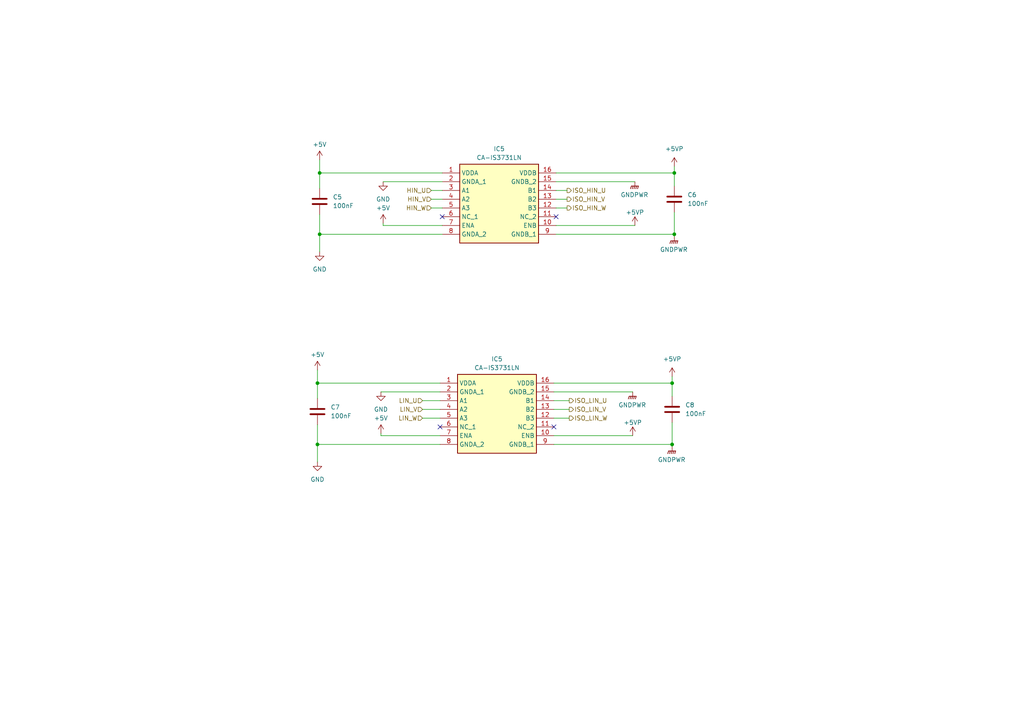
<source format=kicad_sch>
(kicad_sch (version 20230121) (generator eeschema)
  (paper "A4")
  (lib_symbols
    (symbol "Device:C" (pin_numbers hide) (pin_names (offset 0.254))
      (property "Reference" "C" (at 0.635 2.54 0))
      (property "Value" "C" (at 0.635 -2.54 0))
      (symbol "C_0_1"
        (polyline (pts (xy -2.032 -0.762) (xy 2.032 -0.762)) (stroke (width 0.508)))
        (polyline (pts (xy -2.032 0.762) (xy 2.032 0.762)) (stroke (width 0.508)))
      )
      (symbol "C_1_1"
        (pin passive line (at 0 3.81 270) (length 2.794) (name "~") (number "1"))
        (pin passive line (at 0 -3.81 90) (length 2.794) (name "~") (number "2"))
      )
    )
    (symbol "SamacSys_Parts:CA-IS3731LN"
      (property "Reference" "IC" (at 29.21 7.62 0))
      (property "Value" "CA-IS3731LN" (at 29.21 5.08 0))
      (symbol "CA-IS3731LN_1_1"
        (rectangle (start 5.08 2.54) (end 27.94 -20.32) (stroke (width 0.254)) (fill (type background)))
        (pin passive line (at 0 0 0) (length 5.08) (name "VDDA") (number "1"))
        (pin passive line (at 33.02 -15.24 180) (length 5.08) (name "ENB") (number "10"))
        (pin passive line (at 33.02 -12.7 180) (length 5.08) (name "NC_2") (number "11"))
        (pin passive line (at 33.02 -10.16 180) (length 5.08) (name "B3") (number "12"))
        (pin passive line (at 33.02 -7.62 180) (length 5.08) (name "B2") (number "13"))
        (pin passive line (at 33.02 -5.08 180) (length 5.08) (name "B1") (number "14"))
        (pin passive line (at 33.02 -2.54 180) (length 5.08) (name "GNDB_2") (number "15"))
        (pin passive line (at 33.02 0 180) (length 5.08) (name "VDDB") (number "16"))
        (pin passive line (at 0 -2.54 0) (length 5.08) (name "GNDA_1") (number "2"))
        (pin passive line (at 0 -5.08 0) (length 5.08) (name "A1") (number "3"))
        (pin passive line (at 0 -7.62 0) (length 5.08) (name "A2") (number "4"))
        (pin passive line (at 0 -10.16 0) (length 5.08) (name "A3") (number "5"))
        (pin passive line (at 0 -12.7 0) (length 5.08) (name "NC_1") (number "6"))
        (pin passive line (at 0 -15.24 0) (length 5.08) (name "ENA") (number "7"))
        (pin passive line (at 0 -17.78 0) (length 5.08) (name "GNDA_2") (number "8"))
        (pin passive line (at 33.02 -17.78 180) (length 5.08) (name "GNDB_1") (number "9"))
      )
    )
    (symbol "power:+5V" (power) (pin_names (offset 0))
      (property "Value" "+5V" (at 0 3.556 0))
      (symbol "+5V_0_1"
        (polyline (pts (xy -0.762 1.27) (xy 0 2.54)))
        (polyline (pts (xy 0 0) (xy 0 2.54)))
        (polyline (pts (xy 0 2.54) (xy 0.762 1.27)))
      )
      (symbol "+5V_1_1"
        (pin power_in line (at 0 0 90) (length 0) hide (name "+5V") (number "1"))
      )
    )
    (symbol "power:+5VP" (power) (pin_names (offset 0))
      (property "Value" "+5VP" (at 0 3.556 0))
      (symbol "+5VP_0_1"
        (polyline (pts (xy -0.762 1.27) (xy 0 2.54)))
        (polyline (pts (xy 0 0) (xy 0 2.54)))
        (polyline (pts (xy 0 2.54) (xy 0.762 1.27)))
      )
      (symbol "+5VP_1_1"
        (pin power_in line (at 0 0 90) (length 0) hide (name "+5VP") (number "1"))
      )
    )
    (symbol "power:GND" (power) (pin_names (offset 0))
      (property "Value" "GND" (at 0 -3.81 0))
      (symbol "GND_0_1"
        (polyline (pts (xy 0 0) (xy 0 -1.27) (xy 1.27 -1.27) (xy 0 -2.54) (xy -1.27 -1.27) (xy 0 -1.27)))
      )
      (symbol "GND_1_1"
        (pin power_in line (at 0 0 270) (length 0) hide (name "GND") (number "1"))
      )
    )
    (symbol "power:GNDPWR" (power) (pin_names (offset 0))
      (property "Value" "GNDPWR" (at 0 -3.302 0))
      (symbol "GNDPWR_0_1"
        (polyline (pts (xy 0 -1.27) (xy 0 0)))
        (polyline (pts (xy -1.016 -1.27) (xy -1.27 -2.032) (xy -1.27 -2.032)) (stroke (width 0.2032)))
        (polyline (pts (xy -0.508 -1.27) (xy -0.762 -2.032) (xy -0.762 -2.032)) (stroke (width 0.2032)))
        (polyline (pts (xy 0 -1.27) (xy -0.254 -2.032) (xy -0.254 -2.032)) (stroke (width 0.2032)))
        (polyline (pts (xy 0.508 -1.27) (xy 0.254 -2.032) (xy 0.254 -2.032)) (stroke (width 0.2032)))
        (polyline (pts (xy 1.016 -1.27) (xy -1.016 -1.27) (xy -1.016 -1.27)) (stroke (width 0.2032)))
        (polyline (pts (xy 1.016 -1.27) (xy 0.762 -2.032) (xy 0.762 -2.032) (xy 0.762 -2.032)) (stroke (width 0.2032)))
      )
      (symbol "GNDPWR_1_1"
        (pin power_in line (at 0 0 270) (length 0) hide (name "GNDPWR") (number "1"))
      )
    )
  )
  (junction (at 195.58 67.945))
  (junction (at 194.945 111.125))
  (junction (at 92.075 111.125))
  (junction (at 195.58 50.165))
  (junction (at 92.71 50.165))
  (junction (at 92.71 67.945))
  (junction (at 194.945 128.905))
  (junction (at 92.075 128.905))
  (no_connect (at 160.655 123.825))
  (no_connect (at 128.27 62.865))
  (no_connect (at 161.29 62.865))
  (no_connect (at 127.635 123.825))
  (wire (pts (xy 128.27 65.405) (xy 111.125 65.405)))
  (wire (pts (xy 160.655 126.365) (xy 183.515 126.365)))
  (wire (pts (xy 160.655 128.905) (xy 194.945 128.905)))
  (wire (pts (xy 128.27 50.165) (xy 92.71 50.165)))
  (wire (pts (xy 161.29 57.785) (xy 164.465 57.785)))
  (wire (pts (xy 92.075 111.125) (xy 92.075 107.315)))
  (wire (pts (xy 92.71 50.165) (xy 92.71 54.61)))
  (wire (pts (xy 161.29 60.325) (xy 164.465 60.325)))
  (wire (pts (xy 160.655 116.205) (xy 165.1 116.205)))
  (wire (pts (xy 111.125 52.705) (xy 128.27 52.705)))
  (wire (pts (xy 92.075 128.905) (xy 127.635 128.905)))
  (wire (pts (xy 110.49 126.365) (xy 110.49 125.73)))
  (wire (pts (xy 92.075 111.125) (xy 92.075 115.57)))
  (wire (pts (xy 195.58 48.26) (xy 195.58 50.165)))
  (wire (pts (xy 92.71 67.945) (xy 92.71 73.025)))
  (wire (pts (xy 195.58 61.595) (xy 195.58 67.945)))
  (wire (pts (xy 161.29 67.945) (xy 195.58 67.945)))
  (wire (pts (xy 127.635 111.125) (xy 92.075 111.125)))
  (wire (pts (xy 122.555 116.205) (xy 127.635 116.205)))
  (wire (pts (xy 92.075 123.19) (xy 92.075 128.905)))
  (wire (pts (xy 111.125 65.405) (xy 111.125 64.77)))
  (wire (pts (xy 160.655 118.745) (xy 165.1 118.745)))
  (wire (pts (xy 125.095 57.785) (xy 128.27 57.785)))
  (wire (pts (xy 161.29 52.705) (xy 184.15 52.705)))
  (wire (pts (xy 161.29 55.245) (xy 164.465 55.245)))
  (wire (pts (xy 194.945 122.555) (xy 194.945 128.905)))
  (wire (pts (xy 160.655 113.665) (xy 183.515 113.665)))
  (wire (pts (xy 92.71 50.165) (xy 92.71 46.355)))
  (wire (pts (xy 110.49 113.665) (xy 127.635 113.665)))
  (wire (pts (xy 194.945 111.125) (xy 194.945 114.935)))
  (wire (pts (xy 194.945 109.22) (xy 194.945 111.125)))
  (wire (pts (xy 127.635 126.365) (xy 110.49 126.365)))
  (wire (pts (xy 92.71 62.23) (xy 92.71 67.945)))
  (wire (pts (xy 195.58 50.165) (xy 195.58 53.975)))
  (wire (pts (xy 160.655 121.285) (xy 165.1 121.285)))
  (wire (pts (xy 125.095 55.245) (xy 128.27 55.245)))
  (wire (pts (xy 160.655 111.125) (xy 194.945 111.125)))
  (wire (pts (xy 92.075 128.905) (xy 92.075 133.985)))
  (wire (pts (xy 125.095 60.325) (xy 128.27 60.325)))
  (wire (pts (xy 161.29 65.405) (xy 184.15 65.405)))
  (wire (pts (xy 195.58 67.945) (xy 195.58 68.58)))
  (wire (pts (xy 122.555 121.285) (xy 127.635 121.285)))
  (wire (pts (xy 194.945 128.905) (xy 194.945 129.54)))
  (wire (pts (xy 92.71 67.945) (xy 128.27 67.945)))
  (wire (pts (xy 122.555 118.745) (xy 127.635 118.745)))
  (wire (pts (xy 161.29 50.165) (xy 195.58 50.165)))
  (hierarchical_label "ISO_HIN_V" (shape output) (at 164.465 57.785 0))
  (hierarchical_label "LIN_V" (shape input) (at 122.555 118.745 180))
  (hierarchical_label "HIN_U" (shape input) (at 125.095 55.245 180))
  (hierarchical_label "ISO_HIN_U" (shape output) (at 164.465 55.245 0))
  (hierarchical_label "HIN_V" (shape input) (at 125.095 57.785 180))
  (hierarchical_label "LIN_W" (shape input) (at 122.555 121.285 180))
  (hierarchical_label "ISO_LIN_W" (shape output) (at 165.1 121.285 0))
  (hierarchical_label "HIN_W" (shape input) (at 125.095 60.325 180))
  (hierarchical_label "ISO_HIN_W" (shape output) (at 164.465 60.325 0))
  (hierarchical_label "LIN_U" (shape input) (at 122.555 116.205 180))
  (hierarchical_label "ISO_LIN_U" (shape output) (at 165.1 116.205 0))
  (hierarchical_label "ISO_LIN_V" (shape output) (at 165.1 118.745 0))
  (symbol (lib_id "power:+5V") (at 110.49 125.73 0) (unit 1)
    (property "Reference" "#PWR056" (effects hide))
    (property "Value" "+5V" (at 110.49 121.285 0))
  )
  (symbol (lib_id "power:GND") (at 110.49 113.665 0) (unit 1)
    (property "Reference" "#PWR055" (effects hide))
    (property "Value" "GND" (at 110.49 118.745 0))
  )
  (symbol (lib_id "power:+5V") (at 92.71 46.355 0) (unit 1)
    (property "Reference" "#PWR046" (effects hide))
    (property "Value" "+5V" (at 92.71 41.91 0))
  )
  (symbol (lib_id "power:+5VP") (at 194.945 109.22 0) (unit 1)
    (property "Reference" "#PWR059" (effects hide))
    (property "Value" "+5VP" (at 194.945 104.14 0))
  )
  (symbol (lib_id "power:GNDPWR") (at 194.945 129.54 0) (unit 1)
    (property "Reference" "#PWR060" (effects hide))
    (property "Value" "GNDPWR" (at 194.818 133.35 0))
  )
  (symbol (lib_id "power:+5VP") (at 195.58 48.26 0) (unit 1)
    (property "Reference" "#PWR049" (effects hide))
    (property "Value" "+5VP" (at 195.58 43.18 0))
  )
  (symbol (lib_id "SamacSys_Parts:CA-IS3731LN") (at 127.635 111.125 0) (unit 1)
    (property "Reference" "IC5" (at 144.145 104.14 0))
    (property "Value" "CA-IS3731LN" (at 144.145 106.68 0))
    (property "Footprint" "SOIC127P600X175-16N" (effects hide))
    (property "Datasheet" "https://datasheet.lcsc.com/lcsc/1912111437_Chipanalog-CA-IS3731LN_C428886.pdf" (effects hide))
    (property "Height" "1.75" (effects hide))
    (property "Manufacturer_Name" "ChipAnalog" (effects hide))
    (property "Manufacturer_Part_Number" "CA-IS3731LN" (effects hide))
    (instances (project "Main" (path "" (reference "IC5") (unit 1)) (path "" (reference "IC6") (unit 1))))
  )
  (symbol (lib_id "power:GNDPWR") (at 184.15 52.705 0) (unit 1)
    (property "Reference" "#PWR052" (effects hide))
    (property "Value" "GNDPWR" (at 184.023 56.515 0))
  )
  (symbol (lib_id "power:+5V") (at 111.125 64.77 0) (unit 1)
    (property "Reference" "#PWR047" (effects hide))
    (property "Value" "+5V" (at 111.125 60.325 0))
  )
  (symbol (lib_id "power:+5VP") (at 183.515 126.365 0) (unit 1)
    (property "Reference" "#PWR058" (effects hide))
    (property "Value" "+5VP" (at 183.515 122.555 0))
  )
  (symbol (lib_id "Device:C") (at 194.945 118.745 0) (unit 1)
    (property "Reference" "C8" (at 198.755 117.475 0) (effects (justify left)))
    (property "Value" "100nF" (at 198.755 120.015 0) (effects (justify left)))
  )
  (symbol (lib_id "power:+5VP") (at 184.15 65.405 0) (unit 1)
    (property "Reference" "#PWR051" (effects hide))
    (property "Value" "+5VP" (at 184.15 61.595 0))
  )
  (symbol (lib_id "power:GND") (at 92.075 133.985 0) (unit 1)
    (property "Reference" "#PWR054" (effects hide))
    (property "Value" "GND" (at 92.075 139.065 0))
  )
  (symbol (lib_id "SamacSys_Parts:CA-IS3731LN") (at 128.27 50.165 0) (unit 1)
    (property "Reference" "IC5" (at 144.78 43.18 0))
    (property "Value" "CA-IS3731LN" (at 144.78 45.72 0))
    (property "Footprint" "SOIC127P600X175-16N" (effects hide))
    (property "Datasheet" "https://datasheet.lcsc.com/lcsc/1912111437_Chipanalog-CA-IS3731LN_C428886.pdf" (effects hide))
    (property "Height" "1.75" (effects hide))
    (property "Manufacturer_Name" "ChipAnalog" (effects hide))
    (property "Manufacturer_Part_Number" "CA-IS3731LN" (effects hide))
  )
  (symbol (lib_id "Device:C") (at 92.71 58.42 0) (unit 1)
    (property "Reference" "C5" (at 96.52 57.15 0) (effects (justify left)))
    (property "Value" "100nF" (at 96.52 59.69 0) (effects (justify left)))
  )
  (symbol (lib_id "power:+5V") (at 92.075 107.315 0) (unit 1)
    (property "Reference" "#PWR053" (effects hide))
    (property "Value" "+5V" (at 92.075 102.87 0))
  )
  (symbol (lib_id "power:GNDPWR") (at 183.515 113.665 0) (unit 1)
    (property "Reference" "#PWR057" (effects hide))
    (property "Value" "GNDPWR" (at 183.388 117.475 0))
  )
  (symbol (lib_id "power:GND") (at 92.71 73.025 0) (unit 1)
    (property "Reference" "#PWR045" (effects hide))
    (property "Value" "GND" (at 92.71 78.105 0))
  )
  (symbol (lib_id "power:GND") (at 111.125 52.705 0) (unit 1)
    (property "Reference" "#PWR048" (effects hide))
    (property "Value" "GND" (at 111.125 57.785 0))
  )
  (symbol (lib_id "Device:C") (at 195.58 57.785 0) (unit 1)
    (property "Reference" "C6" (at 199.39 56.515 0) (effects (justify left)))
    (property "Value" "100nF" (at 199.39 59.055 0) (effects (justify left)))
  )
  (symbol (lib_id "power:GNDPWR") (at 195.58 68.58 0) (unit 1)
    (property "Reference" "#PWR050" (effects hide))
    (property "Value" "GNDPWR" (at 195.453 72.39 0))
  )
  (symbol (lib_id "Device:C") (at 92.075 119.38 0) (unit 1)
    (property "Reference" "C7" (at 95.885 118.11 0) (effects (justify left)))
    (property "Value" "100nF" (at 95.885 120.65 0) (effects (justify left)))
  )
)
</source>
